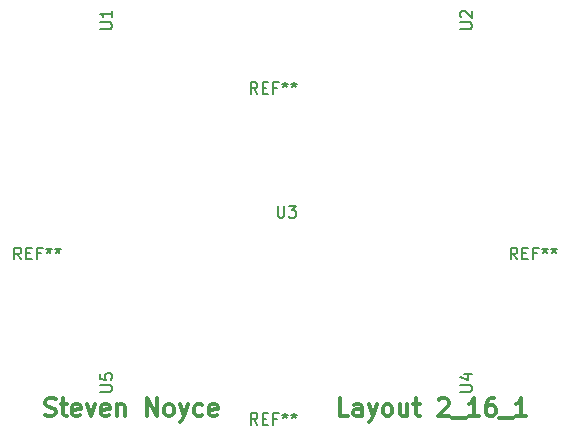
<source format=gbr>
G04 #@! TF.FileFunction,Legend,Top*
%FSLAX46Y46*%
G04 Gerber Fmt 4.6, Leading zero omitted, Abs format (unit mm)*
G04 Created by KiCad (PCBNEW 4.0.5) date Monday, February 26, 2018 'PMt' 04:09:36 PM*
%MOMM*%
%LPD*%
G01*
G04 APERTURE LIST*
%ADD10C,0.100000*%
%ADD11C,0.300000*%
%ADD12C,0.150000*%
G04 APERTURE END LIST*
D10*
D11*
X156357144Y-123178571D02*
X155642858Y-123178571D01*
X155642858Y-121678571D01*
X157500001Y-123178571D02*
X157500001Y-122392857D01*
X157428572Y-122250000D01*
X157285715Y-122178571D01*
X157000001Y-122178571D01*
X156857144Y-122250000D01*
X157500001Y-123107143D02*
X157357144Y-123178571D01*
X157000001Y-123178571D01*
X156857144Y-123107143D01*
X156785715Y-122964286D01*
X156785715Y-122821429D01*
X156857144Y-122678571D01*
X157000001Y-122607143D01*
X157357144Y-122607143D01*
X157500001Y-122535714D01*
X158071430Y-122178571D02*
X158428573Y-123178571D01*
X158785715Y-122178571D02*
X158428573Y-123178571D01*
X158285715Y-123535714D01*
X158214287Y-123607143D01*
X158071430Y-123678571D01*
X159571430Y-123178571D02*
X159428572Y-123107143D01*
X159357144Y-123035714D01*
X159285715Y-122892857D01*
X159285715Y-122464286D01*
X159357144Y-122321429D01*
X159428572Y-122250000D01*
X159571430Y-122178571D01*
X159785715Y-122178571D01*
X159928572Y-122250000D01*
X160000001Y-122321429D01*
X160071430Y-122464286D01*
X160071430Y-122892857D01*
X160000001Y-123035714D01*
X159928572Y-123107143D01*
X159785715Y-123178571D01*
X159571430Y-123178571D01*
X161357144Y-122178571D02*
X161357144Y-123178571D01*
X160714287Y-122178571D02*
X160714287Y-122964286D01*
X160785715Y-123107143D01*
X160928573Y-123178571D01*
X161142858Y-123178571D01*
X161285715Y-123107143D01*
X161357144Y-123035714D01*
X161857144Y-122178571D02*
X162428573Y-122178571D01*
X162071430Y-121678571D02*
X162071430Y-122964286D01*
X162142858Y-123107143D01*
X162285716Y-123178571D01*
X162428573Y-123178571D01*
X164000001Y-121821429D02*
X164071430Y-121750000D01*
X164214287Y-121678571D01*
X164571430Y-121678571D01*
X164714287Y-121750000D01*
X164785716Y-121821429D01*
X164857144Y-121964286D01*
X164857144Y-122107143D01*
X164785716Y-122321429D01*
X163928573Y-123178571D01*
X164857144Y-123178571D01*
X165142858Y-123321429D02*
X166285715Y-123321429D01*
X167428572Y-123178571D02*
X166571429Y-123178571D01*
X167000001Y-123178571D02*
X167000001Y-121678571D01*
X166857144Y-121892857D01*
X166714286Y-122035714D01*
X166571429Y-122107143D01*
X168714286Y-121678571D02*
X168428572Y-121678571D01*
X168285715Y-121750000D01*
X168214286Y-121821429D01*
X168071429Y-122035714D01*
X168000000Y-122321429D01*
X168000000Y-122892857D01*
X168071429Y-123035714D01*
X168142857Y-123107143D01*
X168285715Y-123178571D01*
X168571429Y-123178571D01*
X168714286Y-123107143D01*
X168785715Y-123035714D01*
X168857143Y-122892857D01*
X168857143Y-122535714D01*
X168785715Y-122392857D01*
X168714286Y-122321429D01*
X168571429Y-122250000D01*
X168285715Y-122250000D01*
X168142857Y-122321429D01*
X168071429Y-122392857D01*
X168000000Y-122535714D01*
X169142857Y-123321429D02*
X170285714Y-123321429D01*
X171428571Y-123178571D02*
X170571428Y-123178571D01*
X171000000Y-123178571D02*
X171000000Y-121678571D01*
X170857143Y-121892857D01*
X170714285Y-122035714D01*
X170571428Y-122107143D01*
X130714286Y-123107143D02*
X130928572Y-123178571D01*
X131285715Y-123178571D01*
X131428572Y-123107143D01*
X131500001Y-123035714D01*
X131571429Y-122892857D01*
X131571429Y-122750000D01*
X131500001Y-122607143D01*
X131428572Y-122535714D01*
X131285715Y-122464286D01*
X131000001Y-122392857D01*
X130857143Y-122321429D01*
X130785715Y-122250000D01*
X130714286Y-122107143D01*
X130714286Y-121964286D01*
X130785715Y-121821429D01*
X130857143Y-121750000D01*
X131000001Y-121678571D01*
X131357143Y-121678571D01*
X131571429Y-121750000D01*
X132000000Y-122178571D02*
X132571429Y-122178571D01*
X132214286Y-121678571D02*
X132214286Y-122964286D01*
X132285714Y-123107143D01*
X132428572Y-123178571D01*
X132571429Y-123178571D01*
X133642857Y-123107143D02*
X133500000Y-123178571D01*
X133214286Y-123178571D01*
X133071429Y-123107143D01*
X133000000Y-122964286D01*
X133000000Y-122392857D01*
X133071429Y-122250000D01*
X133214286Y-122178571D01*
X133500000Y-122178571D01*
X133642857Y-122250000D01*
X133714286Y-122392857D01*
X133714286Y-122535714D01*
X133000000Y-122678571D01*
X134214286Y-122178571D02*
X134571429Y-123178571D01*
X134928571Y-122178571D01*
X136071428Y-123107143D02*
X135928571Y-123178571D01*
X135642857Y-123178571D01*
X135500000Y-123107143D01*
X135428571Y-122964286D01*
X135428571Y-122392857D01*
X135500000Y-122250000D01*
X135642857Y-122178571D01*
X135928571Y-122178571D01*
X136071428Y-122250000D01*
X136142857Y-122392857D01*
X136142857Y-122535714D01*
X135428571Y-122678571D01*
X136785714Y-122178571D02*
X136785714Y-123178571D01*
X136785714Y-122321429D02*
X136857142Y-122250000D01*
X137000000Y-122178571D01*
X137214285Y-122178571D01*
X137357142Y-122250000D01*
X137428571Y-122392857D01*
X137428571Y-123178571D01*
X139285714Y-123178571D02*
X139285714Y-121678571D01*
X140142857Y-123178571D01*
X140142857Y-121678571D01*
X141071429Y-123178571D02*
X140928571Y-123107143D01*
X140857143Y-123035714D01*
X140785714Y-122892857D01*
X140785714Y-122464286D01*
X140857143Y-122321429D01*
X140928571Y-122250000D01*
X141071429Y-122178571D01*
X141285714Y-122178571D01*
X141428571Y-122250000D01*
X141500000Y-122321429D01*
X141571429Y-122464286D01*
X141571429Y-122892857D01*
X141500000Y-123035714D01*
X141428571Y-123107143D01*
X141285714Y-123178571D01*
X141071429Y-123178571D01*
X142071429Y-122178571D02*
X142428572Y-123178571D01*
X142785714Y-122178571D02*
X142428572Y-123178571D01*
X142285714Y-123535714D01*
X142214286Y-123607143D01*
X142071429Y-123678571D01*
X144000000Y-123107143D02*
X143857143Y-123178571D01*
X143571429Y-123178571D01*
X143428571Y-123107143D01*
X143357143Y-123035714D01*
X143285714Y-122892857D01*
X143285714Y-122464286D01*
X143357143Y-122321429D01*
X143428571Y-122250000D01*
X143571429Y-122178571D01*
X143857143Y-122178571D01*
X144000000Y-122250000D01*
X145214285Y-123107143D02*
X145071428Y-123178571D01*
X144785714Y-123178571D01*
X144642857Y-123107143D01*
X144571428Y-122964286D01*
X144571428Y-122392857D01*
X144642857Y-122250000D01*
X144785714Y-122178571D01*
X145071428Y-122178571D01*
X145214285Y-122250000D01*
X145285714Y-122392857D01*
X145285714Y-122535714D01*
X144571428Y-122678571D01*
D12*
X135342381Y-90411905D02*
X136151905Y-90411905D01*
X136247143Y-90364286D01*
X136294762Y-90316667D01*
X136342381Y-90221429D01*
X136342381Y-90030952D01*
X136294762Y-89935714D01*
X136247143Y-89888095D01*
X136151905Y-89840476D01*
X135342381Y-89840476D01*
X136342381Y-88840476D02*
X136342381Y-89411905D01*
X136342381Y-89126191D02*
X135342381Y-89126191D01*
X135485238Y-89221429D01*
X135580476Y-89316667D01*
X135628095Y-89411905D01*
X165822381Y-90411905D02*
X166631905Y-90411905D01*
X166727143Y-90364286D01*
X166774762Y-90316667D01*
X166822381Y-90221429D01*
X166822381Y-90030952D01*
X166774762Y-89935714D01*
X166727143Y-89888095D01*
X166631905Y-89840476D01*
X165822381Y-89840476D01*
X165917619Y-89411905D02*
X165870000Y-89364286D01*
X165822381Y-89269048D01*
X165822381Y-89030952D01*
X165870000Y-88935714D01*
X165917619Y-88888095D01*
X166012857Y-88840476D01*
X166108095Y-88840476D01*
X166250952Y-88888095D01*
X166822381Y-89459524D01*
X166822381Y-88840476D01*
X150368095Y-105362381D02*
X150368095Y-106171905D01*
X150415714Y-106267143D01*
X150463333Y-106314762D01*
X150558571Y-106362381D01*
X150749048Y-106362381D01*
X150844286Y-106314762D01*
X150891905Y-106267143D01*
X150939524Y-106171905D01*
X150939524Y-105362381D01*
X151320476Y-105362381D02*
X151939524Y-105362381D01*
X151606190Y-105743333D01*
X151749048Y-105743333D01*
X151844286Y-105790952D01*
X151891905Y-105838571D01*
X151939524Y-105933810D01*
X151939524Y-106171905D01*
X151891905Y-106267143D01*
X151844286Y-106314762D01*
X151749048Y-106362381D01*
X151463333Y-106362381D01*
X151368095Y-106314762D01*
X151320476Y-106267143D01*
X165822381Y-121111905D02*
X166631905Y-121111905D01*
X166727143Y-121064286D01*
X166774762Y-121016667D01*
X166822381Y-120921429D01*
X166822381Y-120730952D01*
X166774762Y-120635714D01*
X166727143Y-120588095D01*
X166631905Y-120540476D01*
X165822381Y-120540476D01*
X166155714Y-119635714D02*
X166822381Y-119635714D01*
X165774762Y-119873810D02*
X166489048Y-120111905D01*
X166489048Y-119492857D01*
X135342381Y-121111905D02*
X136151905Y-121111905D01*
X136247143Y-121064286D01*
X136294762Y-121016667D01*
X136342381Y-120921429D01*
X136342381Y-120730952D01*
X136294762Y-120635714D01*
X136247143Y-120588095D01*
X136151905Y-120540476D01*
X135342381Y-120540476D01*
X135342381Y-119588095D02*
X135342381Y-120064286D01*
X135818571Y-120111905D01*
X135770952Y-120064286D01*
X135723333Y-119969048D01*
X135723333Y-119730952D01*
X135770952Y-119635714D01*
X135818571Y-119588095D01*
X135913810Y-119540476D01*
X136151905Y-119540476D01*
X136247143Y-119588095D01*
X136294762Y-119635714D01*
X136342381Y-119730952D01*
X136342381Y-119969048D01*
X136294762Y-120064286D01*
X136247143Y-120111905D01*
X148666667Y-95902381D02*
X148333333Y-95426190D01*
X148095238Y-95902381D02*
X148095238Y-94902381D01*
X148476191Y-94902381D01*
X148571429Y-94950000D01*
X148619048Y-94997619D01*
X148666667Y-95092857D01*
X148666667Y-95235714D01*
X148619048Y-95330952D01*
X148571429Y-95378571D01*
X148476191Y-95426190D01*
X148095238Y-95426190D01*
X149095238Y-95378571D02*
X149428572Y-95378571D01*
X149571429Y-95902381D02*
X149095238Y-95902381D01*
X149095238Y-94902381D01*
X149571429Y-94902381D01*
X150333334Y-95378571D02*
X150000000Y-95378571D01*
X150000000Y-95902381D02*
X150000000Y-94902381D01*
X150476191Y-94902381D01*
X151000000Y-94902381D02*
X151000000Y-95140476D01*
X150761905Y-95045238D02*
X151000000Y-95140476D01*
X151238096Y-95045238D01*
X150857143Y-95330952D02*
X151000000Y-95140476D01*
X151142858Y-95330952D01*
X151761905Y-94902381D02*
X151761905Y-95140476D01*
X151523810Y-95045238D02*
X151761905Y-95140476D01*
X152000001Y-95045238D01*
X151619048Y-95330952D02*
X151761905Y-95140476D01*
X151904763Y-95330952D01*
X148666667Y-123902381D02*
X148333333Y-123426190D01*
X148095238Y-123902381D02*
X148095238Y-122902381D01*
X148476191Y-122902381D01*
X148571429Y-122950000D01*
X148619048Y-122997619D01*
X148666667Y-123092857D01*
X148666667Y-123235714D01*
X148619048Y-123330952D01*
X148571429Y-123378571D01*
X148476191Y-123426190D01*
X148095238Y-123426190D01*
X149095238Y-123378571D02*
X149428572Y-123378571D01*
X149571429Y-123902381D02*
X149095238Y-123902381D01*
X149095238Y-122902381D01*
X149571429Y-122902381D01*
X150333334Y-123378571D02*
X150000000Y-123378571D01*
X150000000Y-123902381D02*
X150000000Y-122902381D01*
X150476191Y-122902381D01*
X151000000Y-122902381D02*
X151000000Y-123140476D01*
X150761905Y-123045238D02*
X151000000Y-123140476D01*
X151238096Y-123045238D01*
X150857143Y-123330952D02*
X151000000Y-123140476D01*
X151142858Y-123330952D01*
X151761905Y-122902381D02*
X151761905Y-123140476D01*
X151523810Y-123045238D02*
X151761905Y-123140476D01*
X152000001Y-123045238D01*
X151619048Y-123330952D02*
X151761905Y-123140476D01*
X151904763Y-123330952D01*
X170666667Y-109902381D02*
X170333333Y-109426190D01*
X170095238Y-109902381D02*
X170095238Y-108902381D01*
X170476191Y-108902381D01*
X170571429Y-108950000D01*
X170619048Y-108997619D01*
X170666667Y-109092857D01*
X170666667Y-109235714D01*
X170619048Y-109330952D01*
X170571429Y-109378571D01*
X170476191Y-109426190D01*
X170095238Y-109426190D01*
X171095238Y-109378571D02*
X171428572Y-109378571D01*
X171571429Y-109902381D02*
X171095238Y-109902381D01*
X171095238Y-108902381D01*
X171571429Y-108902381D01*
X172333334Y-109378571D02*
X172000000Y-109378571D01*
X172000000Y-109902381D02*
X172000000Y-108902381D01*
X172476191Y-108902381D01*
X173000000Y-108902381D02*
X173000000Y-109140476D01*
X172761905Y-109045238D02*
X173000000Y-109140476D01*
X173238096Y-109045238D01*
X172857143Y-109330952D02*
X173000000Y-109140476D01*
X173142858Y-109330952D01*
X173761905Y-108902381D02*
X173761905Y-109140476D01*
X173523810Y-109045238D02*
X173761905Y-109140476D01*
X174000001Y-109045238D01*
X173619048Y-109330952D02*
X173761905Y-109140476D01*
X173904763Y-109330952D01*
X128666667Y-109902381D02*
X128333333Y-109426190D01*
X128095238Y-109902381D02*
X128095238Y-108902381D01*
X128476191Y-108902381D01*
X128571429Y-108950000D01*
X128619048Y-108997619D01*
X128666667Y-109092857D01*
X128666667Y-109235714D01*
X128619048Y-109330952D01*
X128571429Y-109378571D01*
X128476191Y-109426190D01*
X128095238Y-109426190D01*
X129095238Y-109378571D02*
X129428572Y-109378571D01*
X129571429Y-109902381D02*
X129095238Y-109902381D01*
X129095238Y-108902381D01*
X129571429Y-108902381D01*
X130333334Y-109378571D02*
X130000000Y-109378571D01*
X130000000Y-109902381D02*
X130000000Y-108902381D01*
X130476191Y-108902381D01*
X131000000Y-108902381D02*
X131000000Y-109140476D01*
X130761905Y-109045238D02*
X131000000Y-109140476D01*
X131238096Y-109045238D01*
X130857143Y-109330952D02*
X131000000Y-109140476D01*
X131142858Y-109330952D01*
X131761905Y-108902381D02*
X131761905Y-109140476D01*
X131523810Y-109045238D02*
X131761905Y-109140476D01*
X132000001Y-109045238D01*
X131619048Y-109330952D02*
X131761905Y-109140476D01*
X131904763Y-109330952D01*
M02*

</source>
